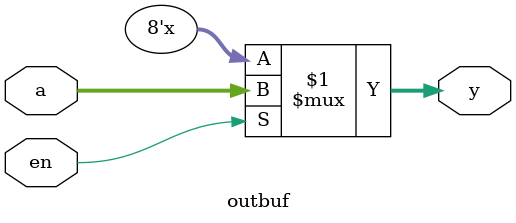
<source format=v>
`timescale 1ns / 1ps

module dataPath (
    input clk,
    input reset,
    input AsrcMuxSel,
    input ALoad,
    input OutBufSel,
    output ALT10,
    output [7:0] out
);
    wire [7:0] w_AdderResult, w_MuxOut, w_ARegOut;

    MUX_2X1 U_MUX(
        .sel(AsrcMuxSel),
        .A(8'b0),
        .B(w_AdderResult),
        .y(w_MuxOut)
    );

    register U_reg(
        .clk(clk),
        .reset(reset),
        .load(ALoad),
        .d(w_MuxOut),
        .q(w_ARegOut)
    );

    comparator U_compare(
        .a(w_ARegOut),
        .b(10),
        .lt(ALT10)
    );

    adder U_adder(
        .a(w_ARegOut),
        .b(8'b1),
        .y(w_AdderResult)
    );
/*
    outbuf U_out(
        .en(OutBufSel),
        .a(w_ARegOut),
        .y(out)
    );*/

    register U_outreg(
        .clk(clk),
        .reset(reset),
        .load(OutBufSel),
        .d(w_ARegOut),
        .q(out)
    );

endmodule

module MUX_2X1 (
    input      [7:0] A,
    input      [7:0] B,
    input            sel,
    output reg [7:0] y
);

    always @(*) begin
        case (sel)
            1'b0: y = A;
            1'b1: y = B;
        endcase
    end
endmodule

module register (
    input        clk,
    input        reset,
    input        load,
    input  [7:0] d,
    output [7:0] q
);

    reg [7:0] d_reg, d_next;

    assign q = d_reg;

    always @(posedge clk, posedge reset) begin
        if (reset) begin
            d_reg <= 0;
        end else begin
            d_reg <= d_next;
        end
    end

    always @(*) begin
        if (load) d_next = d;
        else d_next = d_reg;
    end
endmodule


module comparator (
    input [7:0] a,
    input [7:0] b,
    output lt
);

    assign lt = a < b;

endmodule

module adder (
    input  [7:0] a,
    input  [7:0] b,
    output [7:0] y
);
    assign y = a + b;

endmodule

module outbuf (
    input        en,
    input  [7:0] a,
    output [7:0] y
);
    assign y = en ? a: 8'bz;

endmodule
</source>
